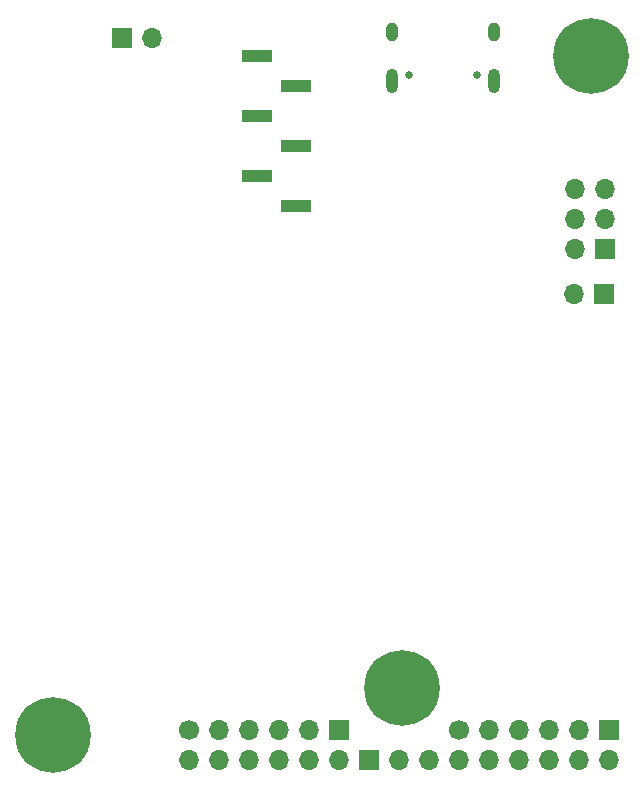
<source format=gbr>
%TF.GenerationSoftware,KiCad,Pcbnew,8.0.8-8.0.8-0~ubuntu24.04.1*%
%TF.CreationDate,2025-02-21T17:42:53-05:00*%
%TF.ProjectId,ChipigniteExplain,43686970-6967-46e6-9974-654578706c61,1.1*%
%TF.SameCoordinates,Original*%
%TF.FileFunction,Soldermask,Bot*%
%TF.FilePolarity,Negative*%
%FSLAX46Y46*%
G04 Gerber Fmt 4.6, Leading zero omitted, Abs format (unit mm)*
G04 Created by KiCad (PCBNEW 8.0.8-8.0.8-0~ubuntu24.04.1) date 2025-02-21 17:42:53*
%MOMM*%
%LPD*%
G01*
G04 APERTURE LIST*
%ADD10C,6.400000*%
%ADD11R,1.700000X1.700000*%
%ADD12O,1.700000X1.700000*%
%ADD13C,0.650000*%
%ADD14O,1.000000X2.100000*%
%ADD15O,1.000000X1.600000*%
%ADD16C,1.700000*%
%ADD17R,2.510000X1.000000*%
G04 APERTURE END LIST*
D10*
%TO.C,H3*%
X99700000Y-26500000D03*
%TD*%
%TO.C,H1*%
X54200000Y-84000000D03*
%TD*%
D11*
%TO.C,J10*%
X100875000Y-46600000D03*
D12*
X98335000Y-46600000D03*
%TD*%
D10*
%TO.C,H2*%
X83700000Y-80000000D03*
%TD*%
D13*
%TO.C,J4*%
X90090000Y-28100000D03*
X84310000Y-28100000D03*
D14*
X91520000Y-28630000D03*
D15*
X91520000Y-24450000D03*
D14*
X82880000Y-28630000D03*
D15*
X82880000Y-24450000D03*
%TD*%
D11*
%TO.C,J5*%
X101235000Y-83575000D03*
D12*
X98695000Y-83575000D03*
X96155000Y-83575000D03*
X93615000Y-83575000D03*
X91075000Y-83575000D03*
D16*
X88535000Y-83575000D03*
D12*
X101235000Y-86115000D03*
X98695000Y-86115000D03*
X96155000Y-86115000D03*
X93615000Y-86115000D03*
X91075000Y-86115000D03*
X88535000Y-86115000D03*
%TD*%
D11*
%TO.C,J3*%
X80915000Y-86115000D03*
D12*
X83455000Y-86115000D03*
X85995000Y-86115000D03*
%TD*%
D11*
%TO.C,J1*%
X60000000Y-25000000D03*
D12*
X62540000Y-25000000D03*
%TD*%
D11*
%TO.C,J7*%
X100900000Y-42825000D03*
D12*
X98360000Y-42825000D03*
X100900000Y-40285000D03*
X98360000Y-40285000D03*
X100900000Y-37745000D03*
X98360000Y-37745000D03*
%TD*%
D11*
%TO.C,J6*%
X78375000Y-83575000D03*
D12*
X75835000Y-83575000D03*
X73295000Y-83575000D03*
X70755000Y-83575000D03*
X68215000Y-83575000D03*
D16*
X65675000Y-83575000D03*
D12*
X78375000Y-86115000D03*
X75835000Y-86115000D03*
X73295000Y-86115000D03*
X70755000Y-86115000D03*
X68215000Y-86115000D03*
X65675000Y-86115000D03*
%TD*%
D17*
%TO.C,J11*%
X74750000Y-39200000D03*
X71440000Y-36660000D03*
X74750000Y-34120000D03*
X71440000Y-31580000D03*
X74750000Y-29040000D03*
X71440000Y-26500000D03*
%TD*%
M02*

</source>
